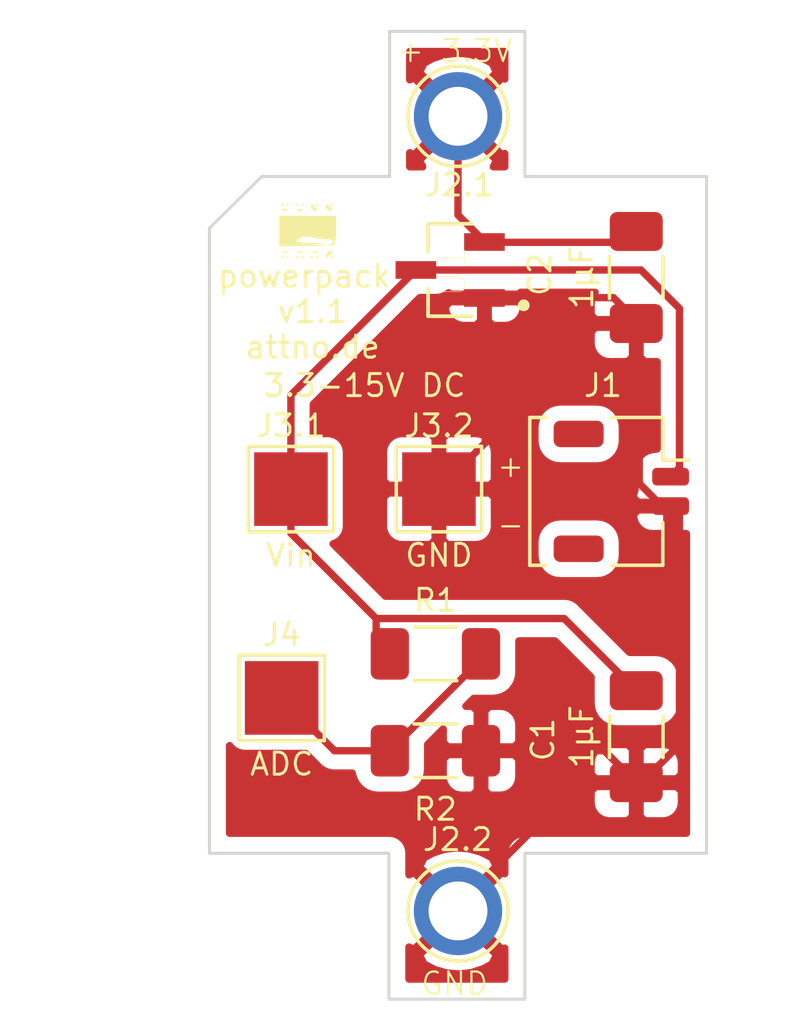
<source format=kicad_pcb>
(kicad_pcb (version 20171130) (host pcbnew "(5.1.8)-1")

  (general
    (thickness 1.6)
    (drawings 19)
    (tracks 40)
    (zones 0)
    (modules 12)
    (nets 5)
  )

  (page A4)
  (layers
    (0 F.Cu signal)
    (31 B.Cu signal)
    (32 B.Adhes user)
    (33 F.Adhes user)
    (34 B.Paste user)
    (35 F.Paste user)
    (36 B.SilkS user)
    (37 F.SilkS user)
    (38 B.Mask user)
    (39 F.Mask user)
    (40 Dwgs.User user)
    (41 Cmts.User user)
    (42 Eco1.User user)
    (43 Eco2.User user)
    (44 Edge.Cuts user)
    (45 Margin user)
    (46 B.CrtYd user)
    (47 F.CrtYd user)
    (48 B.Fab user)
    (49 F.Fab user)
  )

  (setup
    (last_trace_width 0.25)
    (trace_clearance 0.2)
    (zone_clearance 0.508)
    (zone_45_only no)
    (trace_min 0.2)
    (via_size 0.8)
    (via_drill 0.4)
    (via_min_size 0.4)
    (via_min_drill 0.3)
    (uvia_size 0.3)
    (uvia_drill 0.1)
    (uvias_allowed no)
    (uvia_min_size 0.2)
    (uvia_min_drill 0.1)
    (edge_width 0.1)
    (segment_width 0.2)
    (pcb_text_width 0.3)
    (pcb_text_size 1.5 1.5)
    (mod_edge_width 0.15)
    (mod_text_size 1 1)
    (mod_text_width 0.15)
    (pad_size 1.524 1.524)
    (pad_drill 0.762)
    (pad_to_mask_clearance 0)
    (aux_axis_origin 0 0)
    (visible_elements 7FFFFFFF)
    (pcbplotparams
      (layerselection 0x010fc_ffffffff)
      (usegerberextensions false)
      (usegerberattributes true)
      (usegerberadvancedattributes true)
      (creategerberjobfile true)
      (excludeedgelayer true)
      (linewidth 0.100000)
      (plotframeref false)
      (viasonmask false)
      (mode 1)
      (useauxorigin false)
      (hpglpennumber 1)
      (hpglpenspeed 20)
      (hpglpendiameter 15.000000)
      (psnegative false)
      (psa4output false)
      (plotreference true)
      (plotvalue true)
      (plotinvisibletext false)
      (padsonsilk false)
      (subtractmaskfromsilk false)
      (outputformat 1)
      (mirror false)
      (drillshape 0)
      (scaleselection 1)
      (outputdirectory "Gerber/"))
  )

  (net 0 "")
  (net 1 GND)
  (net 2 VCC)
  (net 3 +3V3)
  (net 4 "Net-(J4-Pad1)")

  (net_class Default "Dies ist die voreingestellte Netzklasse."
    (clearance 0.2)
    (trace_width 0.25)
    (via_dia 0.8)
    (via_drill 0.4)
    (uvia_dia 0.3)
    (uvia_drill 0.1)
    (add_net +3V3)
    (add_net GND)
    (add_net "Net-(J4-Pad1)")
    (add_net VCC)
  )

  (module logo:attnode_logo_sml_silk (layer F.Cu) (tedit 0) (tstamp 60AED999)
    (at 169.78 25.8)
    (fp_text reference G*** (at 0 0) (layer F.SilkS) hide
      (effects (font (size 1.524 1.524) (thickness 0.3)))
    )
    (fp_text value LOGO (at 0.75 0) (layer F.SilkS) hide
      (effects (font (size 1.524 1.524) (thickness 0.3)))
    )
    (fp_poly (pts (xy -0.762 0.889) (xy -0.804334 0.931334) (xy -0.846667 0.889) (xy -0.804334 0.846667)
      (xy -0.762 0.889)) (layer F.SilkS) (width 0.01))
    (fp_poly (pts (xy -0.592667 0.889) (xy -0.635 0.931334) (xy -0.677334 0.889) (xy -0.635 0.846667)
      (xy -0.592667 0.889)) (layer F.SilkS) (width 0.01))
    (fp_poly (pts (xy -0.254 0.889) (xy -0.296334 0.931334) (xy -0.338667 0.889) (xy -0.296334 0.846667)
      (xy -0.254 0.889)) (layer F.SilkS) (width 0.01))
    (fp_poly (pts (xy -0.084667 0.889) (xy -0.127 0.931334) (xy -0.169334 0.889) (xy -0.127 0.846667)
      (xy -0.084667 0.889)) (layer F.SilkS) (width 0.01))
    (fp_poly (pts (xy 0.254 0.889) (xy 0.211666 0.931334) (xy 0.169333 0.889) (xy 0.211666 0.846667)
      (xy 0.254 0.889)) (layer F.SilkS) (width 0.01))
    (fp_poly (pts (xy 0.423333 0.889) (xy 0.381 0.931334) (xy 0.338666 0.889) (xy 0.381 0.846667)
      (xy 0.423333 0.889)) (layer F.SilkS) (width 0.01))
    (fp_poly (pts (xy 0.91211 0.705785) (xy 0.889 0.743115) (xy 0.75691 0.864488) (xy 0.740833 0.88293)
      (xy 0.688024 0.883665) (xy 0.677333 0.818445) (xy 0.746278 0.699514) (xy 0.8255 0.67863)
      (xy 0.91211 0.705785)) (layer F.SilkS) (width 0.01))
    (fp_poly (pts (xy 0.931333 0.889) (xy 0.889 0.931334) (xy 0.846666 0.889) (xy 0.889 0.846667)
      (xy 0.931333 0.889)) (layer F.SilkS) (width 0.01))
    (fp_poly (pts (xy -0.615598 0.710847) (xy -0.640849 0.749329) (xy -0.726723 0.755316) (xy -0.817065 0.734639)
      (xy -0.777876 0.704163) (xy -0.645552 0.69407) (xy -0.615598 0.710847)) (layer F.SilkS) (width 0.01))
    (fp_poly (pts (xy -0.107598 0.710847) (xy -0.132849 0.749329) (xy -0.218723 0.755316) (xy -0.309065 0.734639)
      (xy -0.269875 0.704163) (xy -0.137552 0.69407) (xy -0.107598 0.710847)) (layer F.SilkS) (width 0.01))
    (fp_poly (pts (xy 0.400402 0.710847) (xy 0.375151 0.749329) (xy 0.289277 0.755316) (xy 0.198935 0.734639)
      (xy 0.238125 0.704163) (xy 0.370448 0.69407) (xy 0.400402 0.710847)) (layer F.SilkS) (width 0.01))
    (fp_poly (pts (xy 1.016 0) (xy 1.008745 0.285976) (xy 0.979782 0.43952) (xy 0.918306 0.497179)
      (xy 0.867833 0.501316) (xy 0.7876 0.479632) (xy 0.8255 0.451927) (xy 0.93208 0.375973)
      (xy 0.889882 0.310734) (xy 0.719358 0.272826) (xy 0.600554 0.269179) (xy 0.364811 0.258979)
      (xy 0.200393 0.22797) (xy 0.181115 0.218948) (xy 0.046243 0.19659) (xy -0.136192 0.223236)
      (xy -0.289189 0.281088) (xy -0.338667 0.339089) (xy -0.261976 0.376191) (xy -0.063739 0.402793)
      (xy 0.138048 0.411515) (xy 0.406422 0.422085) (xy 0.598806 0.443382) (xy 0.660159 0.462605)
      (xy 0.60174 0.48185) (xy 0.407805 0.497049) (xy 0.11216 0.506216) (xy -0.112889 0.508)
      (xy -0.931334 0.508) (xy -0.931334 -0.508) (xy 1.016 -0.508) (xy 1.016 0)) (layer F.SilkS) (width 0.01))
    (fp_poly (pts (xy -0.615598 -0.728486) (xy -0.640849 -0.690004) (xy -0.726723 -0.684017) (xy -0.817065 -0.704695)
      (xy -0.777876 -0.73517) (xy -0.645552 -0.745264) (xy -0.615598 -0.728486)) (layer F.SilkS) (width 0.01))
    (fp_poly (pts (xy -0.107598 -0.728486) (xy -0.132849 -0.690004) (xy -0.218723 -0.684017) (xy -0.309065 -0.704695)
      (xy -0.269875 -0.73517) (xy -0.137552 -0.745264) (xy -0.107598 -0.728486)) (layer F.SilkS) (width 0.01))
    (fp_poly (pts (xy 0.235114 -0.889) (xy 0.356488 -0.756911) (xy 0.374929 -0.740833) (xy 0.375665 -0.688024)
      (xy 0.310444 -0.677333) (xy 0.191513 -0.746278) (xy 0.170629 -0.8255) (xy 0.197784 -0.91211)
      (xy 0.235114 -0.889)) (layer F.SilkS) (width 0.01))
    (fp_poly (pts (xy 0.743114 -0.889) (xy 0.864488 -0.756911) (xy 0.882929 -0.740833) (xy 0.883665 -0.688024)
      (xy 0.818444 -0.677333) (xy 0.699513 -0.746278) (xy 0.678629 -0.8255) (xy 0.705784 -0.91211)
      (xy 0.743114 -0.889)) (layer F.SilkS) (width 0.01))
    (fp_poly (pts (xy -0.762 -0.889) (xy -0.804334 -0.846666) (xy -0.846667 -0.889) (xy -0.804334 -0.931333)
      (xy -0.762 -0.889)) (layer F.SilkS) (width 0.01))
    (fp_poly (pts (xy -0.592667 -0.889) (xy -0.635 -0.846666) (xy -0.677334 -0.889) (xy -0.635 -0.931333)
      (xy -0.592667 -0.889)) (layer F.SilkS) (width 0.01))
    (fp_poly (pts (xy -0.254 -0.889) (xy -0.296334 -0.846666) (xy -0.338667 -0.889) (xy -0.296334 -0.931333)
      (xy -0.254 -0.889)) (layer F.SilkS) (width 0.01))
    (fp_poly (pts (xy -0.084667 -0.889) (xy -0.127 -0.846666) (xy -0.169334 -0.889) (xy -0.127 -0.931333)
      (xy -0.084667 -0.889)) (layer F.SilkS) (width 0.01))
    (fp_poly (pts (xy 0.423333 -0.889) (xy 0.381 -0.846666) (xy 0.338666 -0.889) (xy 0.381 -0.931333)
      (xy 0.423333 -0.889)) (layer F.SilkS) (width 0.01))
    (fp_poly (pts (xy 0.931333 -0.889) (xy 0.889 -0.846666) (xy 0.846666 -0.889) (xy 0.889 -0.931333)
      (xy 0.931333 -0.889)) (layer F.SilkS) (width 0.01))
  )

  (module Resistor_SMD:R_1206_3216Metric_Pad1.30x1.75mm_HandSolder (layer F.Cu) (tedit 5F68FEEE) (tstamp 60AED394)
    (at 174.175001 43.455001)
    (descr "Resistor SMD 1206 (3216 Metric), square (rectangular) end terminal, IPC_7351 nominal with elongated pad for handsoldering. (Body size source: IPC-SM-782 page 72, https://www.pcb-3d.com/wordpress/wp-content/uploads/ipc-sm-782a_amendment_1_and_2.pdf), generated with kicad-footprint-generator")
    (tags "resistor handsolder")
    (path /60AE7AA8)
    (attr smd)
    (fp_text reference R2 (at -0.005001 1.984999) (layer F.SilkS)
      (effects (font (size 0.75 0.75) (thickness 0.1)))
    )
    (fp_text value R (at 0 1.82) (layer F.Fab)
      (effects (font (size 1 1) (thickness 0.15)))
    )
    (fp_text user %R (at 0 0) (layer F.Fab)
      (effects (font (size 0.8 0.8) (thickness 0.12)))
    )
    (fp_line (start -1.6 0.8) (end -1.6 -0.8) (layer F.Fab) (width 0.1))
    (fp_line (start -1.6 -0.8) (end 1.6 -0.8) (layer F.Fab) (width 0.1))
    (fp_line (start 1.6 -0.8) (end 1.6 0.8) (layer F.Fab) (width 0.1))
    (fp_line (start 1.6 0.8) (end -1.6 0.8) (layer F.Fab) (width 0.1))
    (fp_line (start -0.727064 -0.91) (end 0.727064 -0.91) (layer F.SilkS) (width 0.12))
    (fp_line (start -0.727064 0.91) (end 0.727064 0.91) (layer F.SilkS) (width 0.12))
    (fp_line (start -2.45 1.12) (end -2.45 -1.12) (layer F.CrtYd) (width 0.05))
    (fp_line (start -2.45 -1.12) (end 2.45 -1.12) (layer F.CrtYd) (width 0.05))
    (fp_line (start 2.45 -1.12) (end 2.45 1.12) (layer F.CrtYd) (width 0.05))
    (fp_line (start 2.45 1.12) (end -2.45 1.12) (layer F.CrtYd) (width 0.05))
    (pad 2 smd roundrect (at 1.55 0) (size 1.3 1.75) (layers F.Cu F.Paste F.Mask) (roundrect_rratio 0.192308)
      (net 1 GND))
    (pad 1 smd roundrect (at -1.55 0) (size 1.3 1.75) (layers F.Cu F.Paste F.Mask) (roundrect_rratio 0.192308)
      (net 4 "Net-(J4-Pad1)"))
    (model ${KISYS3DMOD}/Resistor_SMD.3dshapes/R_1206_3216Metric.wrl
      (at (xyz 0 0 0))
      (scale (xyz 1 1 1))
      (rotate (xyz 0 0 0))
    )
  )

  (module Resistor_SMD:R_1206_3216Metric_Pad1.30x1.75mm_HandSolder (layer F.Cu) (tedit 5F68FEEE) (tstamp 60AED3C4)
    (at 174.175001 40.165001)
    (descr "Resistor SMD 1206 (3216 Metric), square (rectangular) end terminal, IPC_7351 nominal with elongated pad for handsoldering. (Body size source: IPC-SM-782 page 72, https://www.pcb-3d.com/wordpress/wp-content/uploads/ipc-sm-782a_amendment_1_and_2.pdf), generated with kicad-footprint-generator")
    (tags "resistor handsolder")
    (path /60AE73CA)
    (attr smd)
    (fp_text reference R1 (at 0 -1.82) (layer F.SilkS)
      (effects (font (size 0.75 0.75) (thickness 0.1)))
    )
    (fp_text value R (at 0 1.82) (layer F.Fab)
      (effects (font (size 1 1) (thickness 0.15)))
    )
    (fp_text user %R (at 0 0) (layer F.Fab)
      (effects (font (size 0.8 0.8) (thickness 0.12)))
    )
    (fp_line (start -1.6 0.8) (end -1.6 -0.8) (layer F.Fab) (width 0.1))
    (fp_line (start -1.6 -0.8) (end 1.6 -0.8) (layer F.Fab) (width 0.1))
    (fp_line (start 1.6 -0.8) (end 1.6 0.8) (layer F.Fab) (width 0.1))
    (fp_line (start 1.6 0.8) (end -1.6 0.8) (layer F.Fab) (width 0.1))
    (fp_line (start -0.727064 -0.91) (end 0.727064 -0.91) (layer F.SilkS) (width 0.12))
    (fp_line (start -0.727064 0.91) (end 0.727064 0.91) (layer F.SilkS) (width 0.12))
    (fp_line (start -2.45 1.12) (end -2.45 -1.12) (layer F.CrtYd) (width 0.05))
    (fp_line (start -2.45 -1.12) (end 2.45 -1.12) (layer F.CrtYd) (width 0.05))
    (fp_line (start 2.45 -1.12) (end 2.45 1.12) (layer F.CrtYd) (width 0.05))
    (fp_line (start 2.45 1.12) (end -2.45 1.12) (layer F.CrtYd) (width 0.05))
    (pad 2 smd roundrect (at 1.55 0) (size 1.3 1.75) (layers F.Cu F.Paste F.Mask) (roundrect_rratio 0.192308)
      (net 4 "Net-(J4-Pad1)"))
    (pad 1 smd roundrect (at -1.55 0) (size 1.3 1.75) (layers F.Cu F.Paste F.Mask) (roundrect_rratio 0.192308)
      (net 2 VCC))
    (model ${KISYS3DMOD}/Resistor_SMD.3dshapes/R_1206_3216Metric.wrl
      (at (xyz 0 0 0))
      (scale (xyz 1 1 1))
      (rotate (xyz 0 0 0))
    )
  )

  (module TestPoint:TestPoint_Pad_2.5x2.5mm (layer F.Cu) (tedit 5A0F774F) (tstamp 60AED36A)
    (at 168.95 41.66)
    (descr "SMD rectangular pad as test Point, square 2.5mm side length")
    (tags "test point SMD pad rectangle square")
    (path /60AE930E)
    (attr virtual)
    (fp_text reference J4 (at 0 -2.148) (layer F.SilkS)
      (effects (font (size 0.75 0.75) (thickness 0.1)))
    )
    (fp_text value ADC (at 0 2.25) (layer F.SilkS)
      (effects (font (size 0.75 0.75) (thickness 0.1)))
    )
    (fp_text user %R (at 0 -2.15) (layer F.Fab)
      (effects (font (size 1 1) (thickness 0.15)))
    )
    (fp_line (start -1.45 -1.45) (end 1.45 -1.45) (layer F.SilkS) (width 0.12))
    (fp_line (start 1.45 -1.45) (end 1.45 1.45) (layer F.SilkS) (width 0.12))
    (fp_line (start 1.45 1.45) (end -1.45 1.45) (layer F.SilkS) (width 0.12))
    (fp_line (start -1.45 1.45) (end -1.45 -1.45) (layer F.SilkS) (width 0.12))
    (fp_line (start -1.75 -1.75) (end 1.75 -1.75) (layer F.CrtYd) (width 0.05))
    (fp_line (start -1.75 -1.75) (end -1.75 1.75) (layer F.CrtYd) (width 0.05))
    (fp_line (start 1.75 1.75) (end 1.75 -1.75) (layer F.CrtYd) (width 0.05))
    (fp_line (start 1.75 1.75) (end -1.75 1.75) (layer F.CrtYd) (width 0.05))
    (pad 1 smd rect (at 0 0) (size 2.5 2.5) (layers F.Cu F.Mask)
      (net 4 "Net-(J4-Pad1)"))
  )

  (module TestPoint:TestPoint_Plated_Hole_D2.0mm (layer F.Cu) (tedit 5A0F774F) (tstamp 5FF6768C)
    (at 174.9425 21.9075)
    (descr "Plated Hole as test Point, diameter 2.0mm")
    (tags "test point plated hole")
    (path /5FAC7D6D)
    (attr virtual)
    (fp_text reference J2.1 (at 0.0475 2.3325) (layer F.SilkS)
      (effects (font (size 0.75 0.75) (thickness 0.1)))
    )
    (fp_text value "Vout +3.3V" (at 0 2.45) (layer F.Fab) hide
      (effects (font (size 1 1) (thickness 0.15)))
    )
    (fp_circle (center 0 0) (end 1.8 0) (layer F.CrtYd) (width 0.05))
    (fp_circle (center 0 0) (end 0 -1.7) (layer F.SilkS) (width 0.12))
    (fp_text user %R (at 0 -2.5) (layer F.Fab)
      (effects (font (size 1 1) (thickness 0.15)))
    )
    (pad 1 thru_hole circle (at 0 0) (size 3 3) (drill 2) (layers *.Cu *.Mask)
      (net 3 +3V3))
  )

  (module MCP1703T-3302E_CB:SOT95P255X145-3N (layer F.Cu) (tedit 5FCB8903) (tstamp 5FBEEA81)
    (at 174.6758 27.1272 180)
    (path /5FBEA257)
    (fp_text reference U1 (at -0.0762 -0.0508 90) (layer F.SilkS)
      (effects (font (size 0.9 0.9) (thickness 0.015)))
    )
    (fp_text value MCP1703T-3302E_CB (at 7.16 2.635) (layer F.Fab)
      (effects (font (size 1 1) (thickness 0.015)))
    )
    (fp_circle (center -2.5 -1.2) (end -2.4 -1.2) (layer F.Fab) (width 0.2))
    (fp_circle (center -2.5 -1.2) (end -2.4 -1.2) (layer F.SilkS) (width 0.2))
    (fp_line (start -2.105 1.7) (end -2.105 -1.7) (layer F.CrtYd) (width 0.05))
    (fp_line (start 2.105 1.7) (end -2.105 1.7) (layer F.CrtYd) (width 0.05))
    (fp_line (start 2.105 -1.7) (end 2.105 1.7) (layer F.CrtYd) (width 0.05))
    (fp_line (start -2.105 -1.7) (end 2.105 -1.7) (layer F.CrtYd) (width 0.05))
    (fp_line (start 0.75 -1.57) (end -0.75 -1.57) (layer F.SilkS) (width 0.127))
    (fp_line (start 0.75 1.57) (end 0.75 0.62) (layer F.SilkS) (width 0.127))
    (fp_line (start -0.75 1.57) (end 0.75 1.57) (layer F.SilkS) (width 0.127))
    (fp_line (start 0.75 -0.62) (end 0.75 -1.57) (layer F.SilkS) (width 0.127))
    (fp_line (start 0.75 -1.45) (end -0.75 -1.45) (layer F.Fab) (width 0.127))
    (fp_line (start 0.75 1.45) (end 0.75 -1.45) (layer F.Fab) (width 0.127))
    (fp_line (start -0.75 1.45) (end 0.75 1.45) (layer F.Fab) (width 0.127))
    (fp_line (start -0.75 -1.45) (end -0.75 1.45) (layer F.Fab) (width 0.127))
    (pad 3 smd rect (at 1.165 0 180) (size 1.38 0.6) (layers F.Cu F.Paste F.Mask)
      (net 2 VCC))
    (pad 2 smd rect (at -1.165 0.95 180) (size 1.38 0.6) (layers F.Cu F.Paste F.Mask)
      (net 3 +3V3))
    (pad 1 smd rect (at -1.165 -0.95 180) (size 1.38 0.6) (layers F.Cu F.Paste F.Mask)
      (net 1 GND))
  )

  (module Capacitor_SMD:C_1206_3216Metric_Pad1.33x1.80mm_HandSolder (layer F.Cu) (tedit 5F68FEEF) (tstamp 5FBEEA0E)
    (at 181 42.9768 270)
    (descr "Capacitor SMD 1206 (3216 Metric), square (rectangular) end terminal, IPC_7351 nominal with elongated pad for handsoldering. (Body size source: IPC-SM-782 page 76, https://www.pcb-3d.com/wordpress/wp-content/uploads/ipc-sm-782a_amendment_1_and_2.pdf), generated with kicad-footprint-generator")
    (tags "capacitor handsolder")
    (path /5FAAF5EB)
    (attr smd)
    (fp_text reference C1 (at 0.1016 3.175 90) (layer F.SilkS)
      (effects (font (size 0.75 0.75) (thickness 0.1)))
    )
    (fp_text value 1µF (at 0 1.85 90) (layer F.SilkS)
      (effects (font (size 0.75 0.75) (thickness 0.1)))
    )
    (fp_line (start 2.48 1.15) (end -2.48 1.15) (layer F.CrtYd) (width 0.05))
    (fp_line (start 2.48 -1.15) (end 2.48 1.15) (layer F.CrtYd) (width 0.05))
    (fp_line (start -2.48 -1.15) (end 2.48 -1.15) (layer F.CrtYd) (width 0.05))
    (fp_line (start -2.48 1.15) (end -2.48 -1.15) (layer F.CrtYd) (width 0.05))
    (fp_line (start -0.711252 0.91) (end 0.711252 0.91) (layer F.SilkS) (width 0.12))
    (fp_line (start -0.711252 -0.91) (end 0.711252 -0.91) (layer F.SilkS) (width 0.12))
    (fp_line (start 1.6 0.8) (end -1.6 0.8) (layer F.Fab) (width 0.1))
    (fp_line (start 1.6 -0.8) (end 1.6 0.8) (layer F.Fab) (width 0.1))
    (fp_line (start -1.6 -0.8) (end 1.6 -0.8) (layer F.Fab) (width 0.1))
    (fp_line (start -1.6 0.8) (end -1.6 -0.8) (layer F.Fab) (width 0.1))
    (fp_text user %R (at 0 0 90) (layer F.Fab)
      (effects (font (size 0.8 0.8) (thickness 0.12)))
    )
    (pad 2 smd roundrect (at 1.5625 0 270) (size 1.325 1.8) (layers F.Cu F.Paste F.Mask) (roundrect_rratio 0.1886769811320755)
      (net 1 GND))
    (pad 1 smd roundrect (at -1.5625 0 270) (size 1.325 1.8) (layers F.Cu F.Paste F.Mask) (roundrect_rratio 0.1886769811320755)
      (net 2 VCC))
    (model ${KISYS3DMOD}/Capacitor_SMD.3dshapes/C_1206_3216Metric.wrl
      (at (xyz 0 0 0))
      (scale (xyz 1 1 1))
      (rotate (xyz 0 0 0))
    )
  )

  (module Capacitor_SMD:C_1206_3216Metric_Pad1.33x1.80mm_HandSolder (layer F.Cu) (tedit 5F68FEEF) (tstamp 5FBEEA1F)
    (at 181 27.3812 270)
    (descr "Capacitor SMD 1206 (3216 Metric), square (rectangular) end terminal, IPC_7351 nominal with elongated pad for handsoldering. (Body size source: IPC-SM-782 page 76, https://www.pcb-3d.com/wordpress/wp-content/uploads/ipc-sm-782a_amendment_1_and_2.pdf), generated with kicad-footprint-generator")
    (tags "capacitor handsolder")
    (path /5FAB0019)
    (attr smd)
    (fp_text reference C2 (at -0.1016 3.2766 90) (layer F.SilkS)
      (effects (font (size 0.75 0.75) (thickness 0.1)))
    )
    (fp_text value 1µF (at 0 1.85 90) (layer F.SilkS)
      (effects (font (size 0.75 0.75) (thickness 0.1)))
    )
    (fp_line (start -1.6 0.8) (end -1.6 -0.8) (layer F.Fab) (width 0.1))
    (fp_line (start -1.6 -0.8) (end 1.6 -0.8) (layer F.Fab) (width 0.1))
    (fp_line (start 1.6 -0.8) (end 1.6 0.8) (layer F.Fab) (width 0.1))
    (fp_line (start 1.6 0.8) (end -1.6 0.8) (layer F.Fab) (width 0.1))
    (fp_line (start -0.711252 -0.91) (end 0.711252 -0.91) (layer F.SilkS) (width 0.12))
    (fp_line (start -0.711252 0.91) (end 0.711252 0.91) (layer F.SilkS) (width 0.12))
    (fp_line (start -2.48 1.15) (end -2.48 -1.15) (layer F.CrtYd) (width 0.05))
    (fp_line (start -2.48 -1.15) (end 2.48 -1.15) (layer F.CrtYd) (width 0.05))
    (fp_line (start 2.48 -1.15) (end 2.48 1.15) (layer F.CrtYd) (width 0.05))
    (fp_line (start 2.48 1.15) (end -2.48 1.15) (layer F.CrtYd) (width 0.05))
    (fp_text user %R (at -1.6764 0.0508 90) (layer F.Fab)
      (effects (font (size 0.8 0.8) (thickness 0.12)))
    )
    (pad 1 smd roundrect (at -1.5625 0 270) (size 1.325 1.8) (layers F.Cu F.Paste F.Mask) (roundrect_rratio 0.1886769811320755)
      (net 3 +3V3))
    (pad 2 smd roundrect (at 1.5625 0 270) (size 1.325 1.8) (layers F.Cu F.Paste F.Mask) (roundrect_rratio 0.1886769811320755)
      (net 1 GND))
    (model ${KISYS3DMOD}/Capacitor_SMD.3dshapes/C_1206_3216Metric.wrl
      (at (xyz 0 0 0))
      (scale (xyz 1 1 1))
      (rotate (xyz 0 0 0))
    )
  )

  (module Connector_JST:JST_SHL_SM02B-SHLS-TF_1x02-1MP_P1.00mm_Horizontal (layer F.Cu) (tedit 5B78AD87) (tstamp 5FBEEA3A)
    (at 180.4924 34.6456 270)
    (descr "JST SHL series connector, SM02B-SHLS-TF (http://www.jst-mfg.com/product/pdf/eng/eSHL.pdf), generated with kicad-footprint-generator")
    (tags "connector JST SHL top entry")
    (path /5FAC5355)
    (attr smd)
    (fp_text reference J1 (at -3.5956 0.6224) (layer F.SilkS)
      (effects (font (size 0.75 0.75) (thickness 0.1)))
    )
    (fp_text value "Power_in 3.3-15V" (at 0 4.2 90) (layer F.Fab) hide
      (effects (font (size 1 1) (thickness 0.15)))
    )
    (fp_line (start -2.4 -1.3) (end 2.4 -1.3) (layer F.Fab) (width 0.1))
    (fp_line (start -2.51 0.34) (end -2.51 -1.41) (layer F.SilkS) (width 0.12))
    (fp_line (start -2.51 -1.41) (end -1.06 -1.41) (layer F.SilkS) (width 0.12))
    (fp_line (start -1.06 -1.41) (end -1.06 -2.3) (layer F.SilkS) (width 0.12))
    (fp_line (start 2.51 0.34) (end 2.51 -1.41) (layer F.SilkS) (width 0.12))
    (fp_line (start 2.51 -1.41) (end 1.06 -1.41) (layer F.SilkS) (width 0.12))
    (fp_line (start -2.51 2.56) (end -2.51 3.11) (layer F.SilkS) (width 0.12))
    (fp_line (start -2.51 3.11) (end 2.51 3.11) (layer F.SilkS) (width 0.12))
    (fp_line (start 2.51 3.11) (end 2.51 2.56) (layer F.SilkS) (width 0.12))
    (fp_line (start -2.4 3) (end 2.4 3) (layer F.Fab) (width 0.1))
    (fp_line (start -2.4 -1.3) (end -2.4 3) (layer F.Fab) (width 0.1))
    (fp_line (start 2.4 -1.3) (end 2.4 3) (layer F.Fab) (width 0.1))
    (fp_line (start -2.9 -2.8) (end -2.9 3.5) (layer F.CrtYd) (width 0.05))
    (fp_line (start -2.9 3.5) (end 2.9 3.5) (layer F.CrtYd) (width 0.05))
    (fp_line (start 2.9 3.5) (end 2.9 -2.8) (layer F.CrtYd) (width 0.05))
    (fp_line (start 2.9 -2.8) (end -2.9 -2.8) (layer F.CrtYd) (width 0.05))
    (fp_line (start -1 -1.3) (end -0.5 -0.592893) (layer F.Fab) (width 0.1))
    (fp_line (start -0.5 -0.592893) (end 0 -1.3) (layer F.Fab) (width 0.1))
    (fp_text user %R (at 0 0.5 90) (layer F.Fab) hide
      (effects (font (size 1 1) (thickness 0.15)))
    )
    (pad 1 smd roundrect (at -0.5 -1.675 270) (size 0.6 1.25) (layers F.Cu F.Paste F.Mask) (roundrect_rratio 0.25)
      (net 2 VCC))
    (pad 2 smd roundrect (at 0.5 -1.675 270) (size 0.6 1.25) (layers F.Cu F.Paste F.Mask) (roundrect_rratio 0.25)
      (net 1 GND))
    (pad MP smd roundrect (at -1.95 1.45 270) (size 0.9 1.7) (layers F.Cu F.Paste F.Mask) (roundrect_rratio 0.25))
    (pad MP smd roundrect (at 1.95 1.45 270) (size 0.9 1.7) (layers F.Cu F.Paste F.Mask) (roundrect_rratio 0.25))
    (model ${KISYS3DMOD}/Connector_JST.3dshapes/JST_SHL_SM02B-SHLS-TF_1x02-1MP_P1.00mm_Horizontal.wrl
      (at (xyz 0 0 0))
      (scale (xyz 1 1 1))
      (rotate (xyz 0 0 0))
    )
  )

  (module TestPoint:TestPoint_Pad_2.5x2.5mm (layer F.Cu) (tedit 5A0F774F) (tstamp 5FBEEA58)
    (at 174.2948 34.5694)
    (descr "SMD rectangular pad as test Point, square 2.5mm side length")
    (tags "test point SMD pad rectangle square")
    (path /5FAD88E0)
    (attr virtual)
    (fp_text reference J3.2 (at 0 -2.148) (layer F.SilkS)
      (effects (font (size 0.75 0.75) (thickness 0.1)))
    )
    (fp_text value GND (at 0 2.25) (layer F.SilkS)
      (effects (font (size 0.75 0.75) (thickness 0.1)))
    )
    (fp_line (start -1.45 -1.45) (end 1.45 -1.45) (layer F.SilkS) (width 0.12))
    (fp_line (start 1.45 -1.45) (end 1.45 1.45) (layer F.SilkS) (width 0.12))
    (fp_line (start 1.45 1.45) (end -1.45 1.45) (layer F.SilkS) (width 0.12))
    (fp_line (start -1.45 1.45) (end -1.45 -1.45) (layer F.SilkS) (width 0.12))
    (fp_line (start -1.75 -1.75) (end 1.75 -1.75) (layer F.CrtYd) (width 0.05))
    (fp_line (start -1.75 -1.75) (end -1.75 1.75) (layer F.CrtYd) (width 0.05))
    (fp_line (start 1.75 1.75) (end 1.75 -1.75) (layer F.CrtYd) (width 0.05))
    (fp_line (start 1.75 1.75) (end -1.75 1.75) (layer F.CrtYd) (width 0.05))
    (fp_text user %R (at 0 -2.15) (layer F.Fab)
      (effects (font (size 1 1) (thickness 0.15)))
    )
    (pad 1 smd rect (at 0 0) (size 2.5 2.5) (layers F.Cu F.Mask)
      (net 1 GND))
  )

  (module TestPoint:TestPoint_Pad_2.5x2.5mm (layer F.Cu) (tedit 5A0F774F) (tstamp 5FBEEA66)
    (at 169.2656 34.5694)
    (descr "SMD rectangular pad as test Point, square 2.5mm side length")
    (tags "test point SMD pad rectangle square")
    (path /5FAD8C7D)
    (attr virtual)
    (fp_text reference J3.1 (at 0 -2.148) (layer F.SilkS)
      (effects (font (size 0.75 0.75) (thickness 0.1)))
    )
    (fp_text value Vin (at 0 2.25) (layer F.SilkS)
      (effects (font (size 0.75 0.75) (thickness 0.1)))
    )
    (fp_line (start 1.75 1.75) (end -1.75 1.75) (layer F.CrtYd) (width 0.05))
    (fp_line (start 1.75 1.75) (end 1.75 -1.75) (layer F.CrtYd) (width 0.05))
    (fp_line (start -1.75 -1.75) (end -1.75 1.75) (layer F.CrtYd) (width 0.05))
    (fp_line (start -1.75 -1.75) (end 1.75 -1.75) (layer F.CrtYd) (width 0.05))
    (fp_line (start -1.45 1.45) (end -1.45 -1.45) (layer F.SilkS) (width 0.12))
    (fp_line (start 1.45 1.45) (end -1.45 1.45) (layer F.SilkS) (width 0.12))
    (fp_line (start 1.45 -1.45) (end 1.45 1.45) (layer F.SilkS) (width 0.12))
    (fp_line (start -1.45 -1.45) (end 1.45 -1.45) (layer F.SilkS) (width 0.12))
    (fp_text user %R (at 0 -2.15) (layer F.Fab) hide
      (effects (font (size 1 1) (thickness 0.15)))
    )
    (pad 1 smd rect (at 0 0) (size 2.5 2.5) (layers F.Cu F.Mask)
      (net 2 VCC))
  )

  (module TestPoint:TestPoint_Plated_Hole_D2.0mm (layer F.Cu) (tedit 5A0F774F) (tstamp 5FF6761A)
    (at 174.9425 48.895)
    (descr "Plated Hole as test Point, diameter 2.0mm")
    (tags "test point plated hole")
    (path /5FAC76A2)
    (attr virtual)
    (fp_text reference J2.2 (at -0.0125 -2.425) (layer F.SilkS)
      (effects (font (size 0.75 0.75) (thickness 0.1)))
    )
    (fp_text value "Vout GND" (at 0 2.45) (layer F.Fab) hide
      (effects (font (size 1 1) (thickness 0.15)))
    )
    (fp_circle (center 0 0) (end 0 -1.7) (layer F.SilkS) (width 0.12))
    (fp_circle (center 0 0) (end 1.8 0) (layer F.CrtYd) (width 0.05))
    (fp_text user %R (at 0 -2.5) (layer F.Fab)
      (effects (font (size 1 1) (thickness 0.15)))
    )
    (pad 1 thru_hole circle (at 0 0) (size 3 3) (drill 2) (layers *.Cu *.Mask)
      (net 1 GND))
  )

  (gr_text + (at 176.7332 33.782) (layer F.SilkS) (tstamp 5FE20866)
    (effects (font (size 0.75 0.75) (thickness 0.075)))
  )
  (gr_text - (at 176.7332 35.7759) (layer F.SilkS) (tstamp 5FE20859)
    (effects (font (size 0.75 0.75) (thickness 0.075)))
  )
  (gr_text "+ 3.3V" (at 174.8282 19.685) (layer F.SilkS) (tstamp 5FBF1954)
    (effects (font (size 0.75 0.75) (thickness 0.075)))
  )
  (gr_text GND (at 174.8282 51.3588) (layer F.SilkS)
    (effects (font (size 0.75 0.75) (thickness 0.075)))
  )
  (gr_text "powerpack \nv1.1\nattno.de" (at 170 28.54) (layer F.SilkS)
    (effects (font (size 0.75 0.75) (thickness 0.1)))
  )
  (gr_text "3.3-15V DC" (at 171.7675 31.0515) (layer F.SilkS)
    (effects (font (size 0.75 0.75) (thickness 0.1)))
  )
  (gr_line (start 172.6184 23.9522) (end 168.275 23.9522) (layer Edge.Cuts) (width 0.1))
  (gr_line (start 172.6184 19.0246) (end 172.6184 23.9522) (layer Edge.Cuts) (width 0.1))
  (gr_line (start 177.2158 19.0246) (end 172.6184 19.0246) (layer Edge.Cuts) (width 0.1))
  (gr_line (start 177.2158 23.9522) (end 177.2158 19.0246) (layer Edge.Cuts) (width 0.1))
  (gr_line (start 183.388 23.9522) (end 177.2158 23.9522) (layer Edge.Cuts) (width 0.1))
  (gr_line (start 183.388 46.9392) (end 183.388 23.9522) (layer Edge.Cuts) (width 0.1))
  (gr_line (start 177.2158 46.9392) (end 183.388 46.9392) (layer Edge.Cuts) (width 0.1))
  (gr_line (start 177.2158 51.8922) (end 177.2158 46.9392) (layer Edge.Cuts) (width 0.1))
  (gr_line (start 172.593 51.8922) (end 177.2158 51.8922) (layer Edge.Cuts) (width 0.1))
  (gr_line (start 172.593 46.9392) (end 172.593 51.8922) (layer Edge.Cuts) (width 0.1))
  (gr_line (start 166.497 46.9392) (end 172.593 46.9392) (layer Edge.Cuts) (width 0.1))
  (gr_line (start 166.497 25.7048) (end 166.497 46.9392) (layer Edge.Cuts) (width 0.1))
  (gr_line (start 168.275 23.9522) (end 166.497 25.7048) (layer Edge.Cuts) (width 0.1))

  (segment (start 180.2253 28.067) (end 181.102 28.9437) (width 0.25) (layer F.Cu) (net 1))
  (segment (start 175.8696 28.067) (end 180.2253 28.067) (width 0.25) (layer F.Cu) (net 1))
  (segment (start 181.102 28.9437) (end 181.6739 28.9437) (width 0.25) (layer F.Cu) (net 1))
  (segment (start 174.9425 48.4526) (end 174.9425 49.4157) (width 0.25) (layer F.Cu) (net 1))
  (segment (start 181.870632 35.1456) (end 182.1674 35.1456) (width 0.25) (layer F.Cu) (net 1))
  (segment (start 181.102 34.376968) (end 181.870632 35.1456) (width 0.25) (layer F.Cu) (net 1))
  (segment (start 181.102 28.9437) (end 181.102 34.376968) (width 0.25) (layer F.Cu) (net 1))
  (segment (start 175.8696 32.9946) (end 174.2948 34.5694) (width 0.25) (layer F.Cu) (net 1))
  (segment (start 175.8696 28.067) (end 175.8696 32.9946) (width 0.25) (layer F.Cu) (net 1))
  (segment (start 182.4674 43.2501) (end 181.1782 44.5393) (width 0.25) (layer F.Cu) (net 1))
  (segment (start 182.4674 35.4456) (end 182.4674 43.2501) (width 0.25) (layer F.Cu) (net 1))
  (segment (start 182.1674 35.1456) (end 182.4674 35.4456) (width 0.25) (layer F.Cu) (net 1))
  (segment (start 174.9425 48.682156) (end 174.9425 49.4157) (width 0.25) (layer F.Cu) (net 1))
  (segment (start 179.085356 44.5393) (end 174.9425 48.682156) (width 0.25) (layer F.Cu) (net 1))
  (segment (start 181.1782 44.5393) (end 179.085356 44.5393) (width 0.25) (layer F.Cu) (net 1))
  (segment (start 179.915701 43.455001) (end 181 44.5393) (width 0.25) (layer F.Cu) (net 1))
  (segment (start 175.725001 43.455001) (end 179.915701 43.455001) (width 0.25) (layer F.Cu) (net 1))
  (segment (start 175.725001 48.112499) (end 174.9425 48.895) (width 0.25) (layer F.Cu) (net 1))
  (segment (start 173.482 27.1272) (end 173.1518 27.1272) (width 0.25) (layer F.Cu) (net 2))
  (segment (start 181.870632 34.1456) (end 182.1674 34.1456) (width 0.25) (layer F.Cu) (net 2))
  (segment (start 181.16119 27.1272) (end 173.482 27.1272) (width 0.25) (layer F.Cu) (net 2))
  (segment (start 182.4674 28.43341) (end 181.16119 27.1272) (width 0.25) (layer F.Cu) (net 2))
  (segment (start 182.4674 33.8456) (end 182.4674 28.43341) (width 0.25) (layer F.Cu) (net 2))
  (segment (start 182.1674 34.1456) (end 182.4674 33.8456) (width 0.25) (layer F.Cu) (net 2))
  (segment (start 169.2656 31.3724) (end 173.5108 27.1272) (width 0.25) (layer F.Cu) (net 2))
  (segment (start 169.2656 34.5694) (end 169.2656 31.3724) (width 0.25) (layer F.Cu) (net 2))
  (segment (start 172.161191 38.964991) (end 178.550691 38.964991) (width 0.25) (layer F.Cu) (net 2))
  (segment (start 169.2656 36.0694) (end 172.161191 38.964991) (width 0.25) (layer F.Cu) (net 2))
  (segment (start 178.550691 38.964991) (end 181 41.4143) (width 0.25) (layer F.Cu) (net 2))
  (segment (start 169.2656 34.5694) (end 169.2656 36.0694) (width 0.25) (layer F.Cu) (net 2))
  (segment (start 172.161191 39.701191) (end 172.625001 40.165001) (width 0.25) (layer F.Cu) (net 2))
  (segment (start 172.161191 38.964991) (end 172.161191 39.701191) (width 0.25) (layer F.Cu) (net 2))
  (segment (start 174.9425 25.2603) (end 175.8696 26.1874) (width 0.25) (layer F.Cu) (net 3))
  (segment (start 174.9425 21.4884) (end 174.9425 25.2603) (width 0.25) (layer F.Cu) (net 3))
  (segment (start 180.7333 26.1874) (end 181.102 25.8187) (width 0.25) (layer F.Cu) (net 3))
  (segment (start 175.8696 26.1874) (end 180.7333 26.1874) (width 0.25) (layer F.Cu) (net 3))
  (segment (start 175.725001 40.355001) (end 172.625001 43.455001) (width 0.25) (layer F.Cu) (net 4))
  (segment (start 175.725001 40.165001) (end 175.725001 40.355001) (width 0.25) (layer F.Cu) (net 4))
  (segment (start 170.745001 43.455001) (end 168.95 41.66) (width 0.25) (layer F.Cu) (net 4))
  (segment (start 172.625001 43.455001) (end 170.745001 43.455001) (width 0.25) (layer F.Cu) (net 4))

  (zone (net 1) (net_name GND) (layer F.Cu) (tstamp 5FF61D7D) (hatch edge 0.508)
    (connect_pads (clearance 0.508))
    (min_thickness 0.254)
    (fill yes (arc_segments 32) (thermal_gap 0.508) (thermal_bridge_width 0.508))
    (polygon
      (pts
        (xy 186.8424 52.7304) (xy 164.719 52.2732) (xy 165.1 24.7015) (xy 186.055 24.7015)
      )
    )
    (filled_polygon
      (pts
        (xy 179.569463 27.926706) (xy 179.510498 28.03702) (xy 179.474188 28.156718) (xy 179.461928 28.2812) (xy 179.465 28.65795)
        (xy 179.62375 28.8167) (xy 180.873 28.8167) (xy 180.873 28.7967) (xy 181.127 28.7967) (xy 181.127 28.8167)
        (xy 181.147 28.8167) (xy 181.147 29.0707) (xy 181.127 29.0707) (xy 181.127 30.08245) (xy 181.28575 30.2412)
        (xy 181.707401 30.243309) (xy 181.7074 33.207528) (xy 181.6924 33.207528) (xy 181.538655 33.222671) (xy 181.390818 33.267516)
        (xy 181.254571 33.340342) (xy 181.135149 33.438349) (xy 181.037142 33.557771) (xy 180.964316 33.694018) (xy 180.919471 33.841855)
        (xy 180.904328 33.9956) (xy 180.904328 34.2956) (xy 180.919471 34.449345) (xy 180.961002 34.586258) (xy 180.952898 34.60142)
        (xy 180.916588 34.721118) (xy 180.904328 34.8456) (xy 180.9074 34.85985) (xy 181.06615 35.0186) (xy 181.381307 35.0186)
        (xy 181.390818 35.023684) (xy 181.538655 35.068529) (xy 181.6924 35.083672) (xy 182.3144 35.083672) (xy 182.3144 35.2726)
        (xy 182.2944 35.2726) (xy 182.2944 35.92185) (xy 182.45315 36.0806) (xy 182.703 36.082862) (xy 182.703 46.2542)
        (xy 177.249447 46.2542) (xy 177.2158 46.250886) (xy 177.182153 46.2542) (xy 177.081517 46.264112) (xy 176.952394 46.303281)
        (xy 176.833393 46.366888) (xy 176.729089 46.452489) (xy 176.643488 46.556793) (xy 176.579881 46.675794) (xy 176.540712 46.804917)
        (xy 176.527486 46.9392) (xy 176.530801 46.972857) (xy 176.530801 47.630734) (xy 176.434153 47.582952) (xy 175.122105 48.895)
        (xy 176.434153 50.207048) (xy 176.5308 50.159267) (xy 176.5308 51.2072) (xy 173.278 51.2072) (xy 173.278 50.386653)
        (xy 173.630452 50.386653) (xy 173.786462 50.702214) (xy 174.161245 50.89302) (xy 174.566051 51.007044) (xy 174.985324 51.039902)
        (xy 175.402951 50.990334) (xy 175.802883 50.860243) (xy 176.098538 50.702214) (xy 176.254548 50.386653) (xy 174.9425 49.074605)
        (xy 173.630452 50.386653) (xy 173.278 50.386653) (xy 173.278 50.121594) (xy 173.450847 50.207048) (xy 174.762895 48.895)
        (xy 173.450847 47.582952) (xy 173.278 47.668406) (xy 173.278 47.403347) (xy 173.630452 47.403347) (xy 174.9425 48.715395)
        (xy 176.254548 47.403347) (xy 176.098538 47.087786) (xy 175.723755 46.89698) (xy 175.318949 46.782956) (xy 174.899676 46.750098)
        (xy 174.482049 46.799666) (xy 174.082117 46.929757) (xy 173.786462 47.087786) (xy 173.630452 47.403347) (xy 173.278 47.403347)
        (xy 173.278 46.972846) (xy 173.281314 46.9392) (xy 173.268088 46.804917) (xy 173.228919 46.675794) (xy 173.165312 46.556793)
        (xy 173.079711 46.452489) (xy 172.975407 46.366888) (xy 172.856406 46.303281) (xy 172.727283 46.264112) (xy 172.626647 46.2542)
        (xy 172.593 46.250886) (xy 172.559353 46.2542) (xy 167.182 46.2542) (xy 167.182 45.2018) (xy 179.461928 45.2018)
        (xy 179.474188 45.326282) (xy 179.510498 45.44598) (xy 179.569463 45.556294) (xy 179.648815 45.652985) (xy 179.745506 45.732337)
        (xy 179.85582 45.791302) (xy 179.975518 45.827612) (xy 180.1 45.839872) (xy 180.71425 45.8368) (xy 180.873 45.67805)
        (xy 180.873 44.6663) (xy 181.127 44.6663) (xy 181.127 45.67805) (xy 181.28575 45.8368) (xy 181.9 45.839872)
        (xy 182.024482 45.827612) (xy 182.14418 45.791302) (xy 182.254494 45.732337) (xy 182.351185 45.652985) (xy 182.430537 45.556294)
        (xy 182.489502 45.44598) (xy 182.525812 45.326282) (xy 182.538072 45.2018) (xy 182.535 44.82505) (xy 182.37625 44.6663)
        (xy 181.127 44.6663) (xy 180.873 44.6663) (xy 179.62375 44.6663) (xy 179.465 44.82505) (xy 179.461928 45.2018)
        (xy 167.182 45.2018) (xy 167.182 43.27977) (xy 167.248815 43.361185) (xy 167.345506 43.440537) (xy 167.45582 43.499502)
        (xy 167.575518 43.535812) (xy 167.7 43.548072) (xy 169.76327 43.548072) (xy 170.181202 43.966004) (xy 170.205 43.995002)
        (xy 170.320725 44.089975) (xy 170.452754 44.160547) (xy 170.596015 44.204004) (xy 170.707668 44.215001) (xy 170.707676 44.215001)
        (xy 170.745001 44.218677) (xy 170.782326 44.215001) (xy 171.350225 44.215001) (xy 171.353993 44.253255) (xy 171.404529 44.419851)
        (xy 171.486596 44.573387) (xy 171.597039 44.707963) (xy 171.731615 44.818406) (xy 171.885151 44.900473) (xy 172.051747 44.951009)
        (xy 172.225001 44.968073) (xy 173.025001 44.968073) (xy 173.198255 44.951009) (xy 173.364851 44.900473) (xy 173.518387 44.818406)
        (xy 173.652963 44.707963) (xy 173.763406 44.573387) (xy 173.845473 44.419851) (xy 173.872728 44.330001) (xy 174.436929 44.330001)
        (xy 174.449189 44.454483) (xy 174.485499 44.574181) (xy 174.544464 44.684495) (xy 174.623816 44.781186) (xy 174.720507 44.860538)
        (xy 174.830821 44.919503) (xy 174.950519 44.955813) (xy 175.075001 44.968073) (xy 175.439251 44.965001) (xy 175.598001 44.806251)
        (xy 175.598001 43.582001) (xy 175.852001 43.582001) (xy 175.852001 44.806251) (xy 176.010751 44.965001) (xy 176.375001 44.968073)
        (xy 176.499483 44.955813) (xy 176.619181 44.919503) (xy 176.729495 44.860538) (xy 176.826186 44.781186) (xy 176.905538 44.684495)
        (xy 176.964503 44.574181) (xy 177.000813 44.454483) (xy 177.013073 44.330001) (xy 177.010711 43.8768) (xy 179.461928 43.8768)
        (xy 179.465 44.25355) (xy 179.62375 44.4123) (xy 180.873 44.4123) (xy 180.873 43.40055) (xy 181.127 43.40055)
        (xy 181.127 44.4123) (xy 182.37625 44.4123) (xy 182.535 44.25355) (xy 182.538072 43.8768) (xy 182.525812 43.752318)
        (xy 182.489502 43.63262) (xy 182.430537 43.522306) (xy 182.351185 43.425615) (xy 182.254494 43.346263) (xy 182.14418 43.287298)
        (xy 182.024482 43.250988) (xy 181.9 43.238728) (xy 181.28575 43.2418) (xy 181.127 43.40055) (xy 180.873 43.40055)
        (xy 180.71425 43.2418) (xy 180.1 43.238728) (xy 179.975518 43.250988) (xy 179.85582 43.287298) (xy 179.745506 43.346263)
        (xy 179.648815 43.425615) (xy 179.569463 43.522306) (xy 179.510498 43.63262) (xy 179.474188 43.752318) (xy 179.461928 43.8768)
        (xy 177.010711 43.8768) (xy 177.010001 43.740751) (xy 176.851251 43.582001) (xy 175.852001 43.582001) (xy 175.598001 43.582001)
        (xy 174.598751 43.582001) (xy 174.440001 43.740751) (xy 174.436929 44.330001) (xy 173.872728 44.330001) (xy 173.896009 44.253255)
        (xy 173.913073 44.080001) (xy 173.913073 43.24173) (xy 174.437644 42.717159) (xy 174.440001 43.169251) (xy 174.598751 43.328001)
        (xy 175.598001 43.328001) (xy 175.598001 42.103751) (xy 175.852001 42.103751) (xy 175.852001 43.328001) (xy 176.851251 43.328001)
        (xy 177.010001 43.169251) (xy 177.013073 42.580001) (xy 177.000813 42.455519) (xy 176.964503 42.335821) (xy 176.905538 42.225507)
        (xy 176.826186 42.128816) (xy 176.729495 42.049464) (xy 176.619181 41.990499) (xy 176.499483 41.954189) (xy 176.375001 41.941929)
        (xy 176.010751 41.945001) (xy 175.852001 42.103751) (xy 175.598001 42.103751) (xy 175.439251 41.945001) (xy 175.211722 41.943082)
        (xy 175.476731 41.678073) (xy 176.125001 41.678073) (xy 176.298255 41.661009) (xy 176.464851 41.610473) (xy 176.618387 41.528406)
        (xy 176.752963 41.417963) (xy 176.863406 41.283387) (xy 176.945473 41.129851) (xy 176.996009 40.963255) (xy 177.013073 40.790001)
        (xy 177.013073 39.724991) (xy 178.23589 39.724991) (xy 179.46648 40.955581) (xy 179.461928 41.001797) (xy 179.461928 41.826803)
        (xy 179.478992 42.000057) (xy 179.529528 42.166652) (xy 179.611595 42.320188) (xy 179.722037 42.454763) (xy 179.856612 42.565205)
        (xy 180.010148 42.647272) (xy 180.176743 42.697808) (xy 180.349997 42.714872) (xy 181.650003 42.714872) (xy 181.823257 42.697808)
        (xy 181.989852 42.647272) (xy 182.143388 42.565205) (xy 182.277963 42.454763) (xy 182.388405 42.320188) (xy 182.470472 42.166652)
        (xy 182.521008 42.000057) (xy 182.538072 41.826803) (xy 182.538072 41.001797) (xy 182.521008 40.828543) (xy 182.470472 40.661948)
        (xy 182.388405 40.508412) (xy 182.277963 40.373837) (xy 182.143388 40.263395) (xy 181.989852 40.181328) (xy 181.823257 40.130792)
        (xy 181.650003 40.113728) (xy 180.77423 40.113728) (xy 179.114495 38.453994) (xy 179.090692 38.42499) (xy 178.974967 38.330017)
        (xy 178.842938 38.259445) (xy 178.699677 38.215988) (xy 178.588024 38.204991) (xy 178.588013 38.204991) (xy 178.550691 38.201315)
        (xy 178.513369 38.204991) (xy 172.475993 38.204991) (xy 170.698494 36.427493) (xy 170.75978 36.408902) (xy 170.870094 36.349937)
        (xy 170.966785 36.270585) (xy 171.046137 36.173894) (xy 171.105102 36.06358) (xy 171.141412 35.943882) (xy 171.153672 35.8194)
        (xy 172.406728 35.8194) (xy 172.418988 35.943882) (xy 172.455298 36.06358) (xy 172.514263 36.173894) (xy 172.593615 36.270585)
        (xy 172.690306 36.349937) (xy 172.80062 36.408902) (xy 172.920318 36.445212) (xy 173.0448 36.457472) (xy 174.00905 36.4544)
        (xy 174.1678 36.29565) (xy 174.1678 34.6964) (xy 174.4218 34.6964) (xy 174.4218 36.29565) (xy 174.58055 36.4544)
        (xy 175.5448 36.457472) (xy 175.669282 36.445212) (xy 175.78898 36.408902) (xy 175.860636 36.3706) (xy 177.554328 36.3706)
        (xy 177.554328 36.8206) (xy 177.570912 36.988977) (xy 177.620025 37.150883) (xy 177.699782 37.300097) (xy 177.807116 37.430884)
        (xy 177.937903 37.538218) (xy 178.087117 37.617975) (xy 178.249023 37.667088) (xy 178.4174 37.683672) (xy 179.6674 37.683672)
        (xy 179.835777 37.667088) (xy 179.997683 37.617975) (xy 180.146897 37.538218) (xy 180.277684 37.430884) (xy 180.385018 37.300097)
        (xy 180.464775 37.150883) (xy 180.513888 36.988977) (xy 180.530472 36.8206) (xy 180.530472 36.3706) (xy 180.513888 36.202223)
        (xy 180.464775 36.040317) (xy 180.385018 35.891103) (xy 180.277684 35.760316) (xy 180.146897 35.652982) (xy 179.997683 35.573225)
        (xy 179.835777 35.524112) (xy 179.6674 35.507528) (xy 178.4174 35.507528) (xy 178.249023 35.524112) (xy 178.087117 35.573225)
        (xy 177.937903 35.652982) (xy 177.807116 35.760316) (xy 177.699782 35.891103) (xy 177.620025 36.040317) (xy 177.570912 36.202223)
        (xy 177.554328 36.3706) (xy 175.860636 36.3706) (xy 175.899294 36.349937) (xy 175.995985 36.270585) (xy 176.075337 36.173894)
        (xy 176.134302 36.06358) (xy 176.170612 35.943882) (xy 176.182872 35.8194) (xy 176.181682 35.4456) (xy 180.904328 35.4456)
        (xy 180.916588 35.570082) (xy 180.952898 35.68978) (xy 181.011863 35.800094) (xy 181.091215 35.896785) (xy 181.187906 35.976137)
        (xy 181.29822 36.035102) (xy 181.417918 36.071412) (xy 181.5424 36.083672) (xy 181.88165 36.0806) (xy 182.0404 35.92185)
        (xy 182.0404 35.2726) (xy 181.06615 35.2726) (xy 180.9074 35.43135) (xy 180.904328 35.4456) (xy 176.181682 35.4456)
        (xy 176.1798 34.85515) (xy 176.02105 34.6964) (xy 174.4218 34.6964) (xy 174.1678 34.6964) (xy 172.56855 34.6964)
        (xy 172.4098 34.85515) (xy 172.406728 35.8194) (xy 171.153672 35.8194) (xy 171.153672 33.3194) (xy 172.406728 33.3194)
        (xy 172.4098 34.28365) (xy 172.56855 34.4424) (xy 174.1678 34.4424) (xy 174.1678 32.84315) (xy 174.4218 32.84315)
        (xy 174.4218 34.4424) (xy 176.02105 34.4424) (xy 176.1798 34.28365) (xy 176.182872 33.3194) (xy 176.170612 33.194918)
        (xy 176.134302 33.07522) (xy 176.075337 32.964906) (xy 175.995985 32.868215) (xy 175.899294 32.788863) (xy 175.78898 32.729898)
        (xy 175.669282 32.693588) (xy 175.5448 32.681328) (xy 174.58055 32.6844) (xy 174.4218 32.84315) (xy 174.1678 32.84315)
        (xy 174.00905 32.6844) (xy 173.0448 32.681328) (xy 172.920318 32.693588) (xy 172.80062 32.729898) (xy 172.690306 32.788863)
        (xy 172.593615 32.868215) (xy 172.514263 32.964906) (xy 172.455298 33.07522) (xy 172.418988 33.194918) (xy 172.406728 33.3194)
        (xy 171.153672 33.3194) (xy 171.141412 33.194918) (xy 171.105102 33.07522) (xy 171.046137 32.964906) (xy 170.966785 32.868215)
        (xy 170.870094 32.788863) (xy 170.75978 32.729898) (xy 170.640082 32.693588) (xy 170.5156 32.681328) (xy 170.0256 32.681328)
        (xy 170.0256 32.4706) (xy 177.554328 32.4706) (xy 177.554328 32.9206) (xy 177.570912 33.088977) (xy 177.620025 33.250883)
        (xy 177.699782 33.400097) (xy 177.807116 33.530884) (xy 177.937903 33.638218) (xy 178.087117 33.717975) (xy 178.249023 33.767088)
        (xy 178.4174 33.783672) (xy 179.6674 33.783672) (xy 179.835777 33.767088) (xy 179.997683 33.717975) (xy 180.146897 33.638218)
        (xy 180.277684 33.530884) (xy 180.385018 33.400097) (xy 180.464775 33.250883) (xy 180.513888 33.088977) (xy 180.530472 32.9206)
        (xy 180.530472 32.4706) (xy 180.513888 32.302223) (xy 180.464775 32.140317) (xy 180.385018 31.991103) (xy 180.277684 31.860316)
        (xy 180.146897 31.752982) (xy 179.997683 31.673225) (xy 179.835777 31.624112) (xy 179.6674 31.607528) (xy 178.4174 31.607528)
        (xy 178.249023 31.624112) (xy 178.087117 31.673225) (xy 177.937903 31.752982) (xy 177.807116 31.860316) (xy 177.699782 31.991103)
        (xy 177.620025 32.140317) (xy 177.570912 32.302223) (xy 177.554328 32.4706) (xy 170.0256 32.4706) (xy 170.0256 31.687201)
        (xy 172.106601 29.6062) (xy 179.461928 29.6062) (xy 179.474188 29.730682) (xy 179.510498 29.85038) (xy 179.569463 29.960694)
        (xy 179.648815 30.057385) (xy 179.745506 30.136737) (xy 179.85582 30.195702) (xy 179.975518 30.232012) (xy 180.1 30.244272)
        (xy 180.71425 30.2412) (xy 180.873 30.08245) (xy 180.873 29.0707) (xy 179.62375 29.0707) (xy 179.465 29.22945)
        (xy 179.461928 29.6062) (xy 172.106601 29.6062) (xy 173.335602 28.3772) (xy 174.512728 28.3772) (xy 174.524988 28.501682)
        (xy 174.561298 28.62138) (xy 174.620263 28.731694) (xy 174.699615 28.828385) (xy 174.796306 28.907737) (xy 174.90662 28.966702)
        (xy 175.026318 29.003012) (xy 175.1508 29.015272) (xy 175.55505 29.0122) (xy 175.7138 28.85345) (xy 175.7138 28.2042)
        (xy 175.9678 28.2042) (xy 175.9678 28.85345) (xy 176.12655 29.0122) (xy 176.5308 29.015272) (xy 176.655282 29.003012)
        (xy 176.77498 28.966702) (xy 176.885294 28.907737) (xy 176.981985 28.828385) (xy 177.061337 28.731694) (xy 177.120302 28.62138)
        (xy 177.156612 28.501682) (xy 177.168872 28.3772) (xy 177.1658 28.36295) (xy 177.00705 28.2042) (xy 175.9678 28.2042)
        (xy 175.7138 28.2042) (xy 174.67455 28.2042) (xy 174.5158 28.36295) (xy 174.512728 28.3772) (xy 173.335602 28.3772)
        (xy 173.647531 28.065272) (xy 174.2008 28.065272) (xy 174.325282 28.053012) (xy 174.44498 28.016702) (xy 174.555294 27.957737)
        (xy 174.624935 27.900585) (xy 174.67455 27.9502) (xy 175.7138 27.9502) (xy 175.7138 27.9302) (xy 175.9678 27.9302)
        (xy 175.9678 27.9502) (xy 177.00705 27.9502) (xy 177.07005 27.8872) (xy 179.601885 27.8872)
      )
    )
  )
  (zone (net 3) (net_name +3V3) (layer F.Cu) (tstamp 5FF61D7A) (hatch edge 0.508)
    (connect_pads (clearance 0.508))
    (min_thickness 0.254)
    (fill yes (arc_segments 32) (thermal_gap 0.508) (thermal_bridge_width 0.508))
    (polygon
      (pts
        (xy 179.8066 18.034) (xy 177.546 23.749) (xy 172.466 23.749) (xy 168.783 17.9578)
      )
    )
    (filled_polygon
      (pts
        (xy 176.530801 20.643234) (xy 176.434153 20.595452) (xy 175.122105 21.9075) (xy 176.434153 23.219548) (xy 176.5308 23.171767)
        (xy 176.5308 23.622) (xy 176.144375 23.622) (xy 176.254548 23.399153) (xy 174.9425 22.087105) (xy 173.630452 23.399153)
        (xy 173.740625 23.622) (xy 173.3034 23.622) (xy 173.3034 23.146652) (xy 173.450847 23.219548) (xy 174.762895 21.9075)
        (xy 173.450847 20.595452) (xy 173.3034 20.668348) (xy 173.3034 20.415847) (xy 173.630452 20.415847) (xy 174.9425 21.727895)
        (xy 176.254548 20.415847) (xy 176.098538 20.100286) (xy 175.723755 19.90948) (xy 175.318949 19.795456) (xy 174.899676 19.762598)
        (xy 174.482049 19.812166) (xy 174.082117 19.942257) (xy 173.786462 20.100286) (xy 173.630452 20.415847) (xy 173.3034 20.415847)
        (xy 173.3034 19.7096) (xy 176.530801 19.7096)
      )
    )
  )
)

</source>
